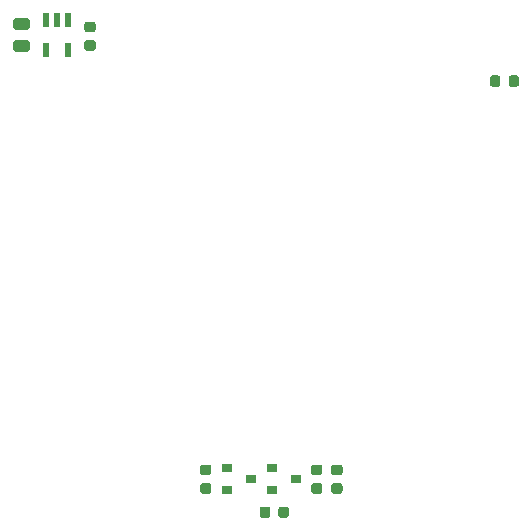
<source format=gbr>
G04 #@! TF.GenerationSoftware,KiCad,Pcbnew,(5.1.4)-1*
G04 #@! TF.CreationDate,2020-08-17T08:15:49+02:00*
G04 #@! TF.ProjectId,proto,70726f74-6f2e-46b6-9963-61645f706362,rev?*
G04 #@! TF.SameCoordinates,Original*
G04 #@! TF.FileFunction,Paste,Top*
G04 #@! TF.FilePolarity,Positive*
%FSLAX46Y46*%
G04 Gerber Fmt 4.6, Leading zero omitted, Abs format (unit mm)*
G04 Created by KiCad (PCBNEW (5.1.4)-1) date 2020-08-17 08:15:49*
%MOMM*%
%LPD*%
G04 APERTURE LIST*
%ADD10C,0.100000*%
%ADD11C,0.875000*%
%ADD12C,0.975000*%
%ADD13R,0.600000X1.250000*%
%ADD14R,0.900000X0.800000*%
G04 APERTURE END LIST*
D10*
G36*
X116877691Y-60876053D02*
G01*
X116898926Y-60879203D01*
X116919750Y-60884419D01*
X116939962Y-60891651D01*
X116959368Y-60900830D01*
X116977781Y-60911866D01*
X116995024Y-60924654D01*
X117010930Y-60939070D01*
X117025346Y-60954976D01*
X117038134Y-60972219D01*
X117049170Y-60990632D01*
X117058349Y-61010038D01*
X117065581Y-61030250D01*
X117070797Y-61051074D01*
X117073947Y-61072309D01*
X117075000Y-61093750D01*
X117075000Y-61531250D01*
X117073947Y-61552691D01*
X117070797Y-61573926D01*
X117065581Y-61594750D01*
X117058349Y-61614962D01*
X117049170Y-61634368D01*
X117038134Y-61652781D01*
X117025346Y-61670024D01*
X117010930Y-61685930D01*
X116995024Y-61700346D01*
X116977781Y-61713134D01*
X116959368Y-61724170D01*
X116939962Y-61733349D01*
X116919750Y-61740581D01*
X116898926Y-61745797D01*
X116877691Y-61748947D01*
X116856250Y-61750000D01*
X116343750Y-61750000D01*
X116322309Y-61748947D01*
X116301074Y-61745797D01*
X116280250Y-61740581D01*
X116260038Y-61733349D01*
X116240632Y-61724170D01*
X116222219Y-61713134D01*
X116204976Y-61700346D01*
X116189070Y-61685930D01*
X116174654Y-61670024D01*
X116161866Y-61652781D01*
X116150830Y-61634368D01*
X116141651Y-61614962D01*
X116134419Y-61594750D01*
X116129203Y-61573926D01*
X116126053Y-61552691D01*
X116125000Y-61531250D01*
X116125000Y-61093750D01*
X116126053Y-61072309D01*
X116129203Y-61051074D01*
X116134419Y-61030250D01*
X116141651Y-61010038D01*
X116150830Y-60990632D01*
X116161866Y-60972219D01*
X116174654Y-60954976D01*
X116189070Y-60939070D01*
X116204976Y-60924654D01*
X116222219Y-60911866D01*
X116240632Y-60900830D01*
X116260038Y-60891651D01*
X116280250Y-60884419D01*
X116301074Y-60879203D01*
X116322309Y-60876053D01*
X116343750Y-60875000D01*
X116856250Y-60875000D01*
X116877691Y-60876053D01*
X116877691Y-60876053D01*
G37*
D11*
X116600000Y-61312500D03*
D10*
G36*
X116877691Y-62451053D02*
G01*
X116898926Y-62454203D01*
X116919750Y-62459419D01*
X116939962Y-62466651D01*
X116959368Y-62475830D01*
X116977781Y-62486866D01*
X116995024Y-62499654D01*
X117010930Y-62514070D01*
X117025346Y-62529976D01*
X117038134Y-62547219D01*
X117049170Y-62565632D01*
X117058349Y-62585038D01*
X117065581Y-62605250D01*
X117070797Y-62626074D01*
X117073947Y-62647309D01*
X117075000Y-62668750D01*
X117075000Y-63106250D01*
X117073947Y-63127691D01*
X117070797Y-63148926D01*
X117065581Y-63169750D01*
X117058349Y-63189962D01*
X117049170Y-63209368D01*
X117038134Y-63227781D01*
X117025346Y-63245024D01*
X117010930Y-63260930D01*
X116995024Y-63275346D01*
X116977781Y-63288134D01*
X116959368Y-63299170D01*
X116939962Y-63308349D01*
X116919750Y-63315581D01*
X116898926Y-63320797D01*
X116877691Y-63323947D01*
X116856250Y-63325000D01*
X116343750Y-63325000D01*
X116322309Y-63323947D01*
X116301074Y-63320797D01*
X116280250Y-63315581D01*
X116260038Y-63308349D01*
X116240632Y-63299170D01*
X116222219Y-63288134D01*
X116204976Y-63275346D01*
X116189070Y-63260930D01*
X116174654Y-63245024D01*
X116161866Y-63227781D01*
X116150830Y-63209368D01*
X116141651Y-63189962D01*
X116134419Y-63169750D01*
X116129203Y-63148926D01*
X116126053Y-63127691D01*
X116125000Y-63106250D01*
X116125000Y-62668750D01*
X116126053Y-62647309D01*
X116129203Y-62626074D01*
X116134419Y-62605250D01*
X116141651Y-62585038D01*
X116150830Y-62565632D01*
X116161866Y-62547219D01*
X116174654Y-62529976D01*
X116189070Y-62514070D01*
X116204976Y-62499654D01*
X116222219Y-62486866D01*
X116240632Y-62475830D01*
X116260038Y-62466651D01*
X116280250Y-62459419D01*
X116301074Y-62454203D01*
X116322309Y-62451053D01*
X116343750Y-62450000D01*
X116856250Y-62450000D01*
X116877691Y-62451053D01*
X116877691Y-62451053D01*
G37*
D11*
X116600000Y-62887500D03*
D10*
G36*
X111280142Y-60576174D02*
G01*
X111303803Y-60579684D01*
X111327007Y-60585496D01*
X111349529Y-60593554D01*
X111371153Y-60603782D01*
X111391670Y-60616079D01*
X111410883Y-60630329D01*
X111428607Y-60646393D01*
X111444671Y-60664117D01*
X111458921Y-60683330D01*
X111471218Y-60703847D01*
X111481446Y-60725471D01*
X111489504Y-60747993D01*
X111495316Y-60771197D01*
X111498826Y-60794858D01*
X111500000Y-60818750D01*
X111500000Y-61306250D01*
X111498826Y-61330142D01*
X111495316Y-61353803D01*
X111489504Y-61377007D01*
X111481446Y-61399529D01*
X111471218Y-61421153D01*
X111458921Y-61441670D01*
X111444671Y-61460883D01*
X111428607Y-61478607D01*
X111410883Y-61494671D01*
X111391670Y-61508921D01*
X111371153Y-61521218D01*
X111349529Y-61531446D01*
X111327007Y-61539504D01*
X111303803Y-61545316D01*
X111280142Y-61548826D01*
X111256250Y-61550000D01*
X110343750Y-61550000D01*
X110319858Y-61548826D01*
X110296197Y-61545316D01*
X110272993Y-61539504D01*
X110250471Y-61531446D01*
X110228847Y-61521218D01*
X110208330Y-61508921D01*
X110189117Y-61494671D01*
X110171393Y-61478607D01*
X110155329Y-61460883D01*
X110141079Y-61441670D01*
X110128782Y-61421153D01*
X110118554Y-61399529D01*
X110110496Y-61377007D01*
X110104684Y-61353803D01*
X110101174Y-61330142D01*
X110100000Y-61306250D01*
X110100000Y-60818750D01*
X110101174Y-60794858D01*
X110104684Y-60771197D01*
X110110496Y-60747993D01*
X110118554Y-60725471D01*
X110128782Y-60703847D01*
X110141079Y-60683330D01*
X110155329Y-60664117D01*
X110171393Y-60646393D01*
X110189117Y-60630329D01*
X110208330Y-60616079D01*
X110228847Y-60603782D01*
X110250471Y-60593554D01*
X110272993Y-60585496D01*
X110296197Y-60579684D01*
X110319858Y-60576174D01*
X110343750Y-60575000D01*
X111256250Y-60575000D01*
X111280142Y-60576174D01*
X111280142Y-60576174D01*
G37*
D12*
X110800000Y-61062500D03*
D10*
G36*
X111280142Y-62451174D02*
G01*
X111303803Y-62454684D01*
X111327007Y-62460496D01*
X111349529Y-62468554D01*
X111371153Y-62478782D01*
X111391670Y-62491079D01*
X111410883Y-62505329D01*
X111428607Y-62521393D01*
X111444671Y-62539117D01*
X111458921Y-62558330D01*
X111471218Y-62578847D01*
X111481446Y-62600471D01*
X111489504Y-62622993D01*
X111495316Y-62646197D01*
X111498826Y-62669858D01*
X111500000Y-62693750D01*
X111500000Y-63181250D01*
X111498826Y-63205142D01*
X111495316Y-63228803D01*
X111489504Y-63252007D01*
X111481446Y-63274529D01*
X111471218Y-63296153D01*
X111458921Y-63316670D01*
X111444671Y-63335883D01*
X111428607Y-63353607D01*
X111410883Y-63369671D01*
X111391670Y-63383921D01*
X111371153Y-63396218D01*
X111349529Y-63406446D01*
X111327007Y-63414504D01*
X111303803Y-63420316D01*
X111280142Y-63423826D01*
X111256250Y-63425000D01*
X110343750Y-63425000D01*
X110319858Y-63423826D01*
X110296197Y-63420316D01*
X110272993Y-63414504D01*
X110250471Y-63406446D01*
X110228847Y-63396218D01*
X110208330Y-63383921D01*
X110189117Y-63369671D01*
X110171393Y-63353607D01*
X110155329Y-63335883D01*
X110141079Y-63316670D01*
X110128782Y-63296153D01*
X110118554Y-63274529D01*
X110110496Y-63252007D01*
X110104684Y-63228803D01*
X110101174Y-63205142D01*
X110100000Y-63181250D01*
X110100000Y-62693750D01*
X110101174Y-62669858D01*
X110104684Y-62646197D01*
X110110496Y-62622993D01*
X110118554Y-62600471D01*
X110128782Y-62578847D01*
X110141079Y-62558330D01*
X110155329Y-62539117D01*
X110171393Y-62521393D01*
X110189117Y-62505329D01*
X110208330Y-62491079D01*
X110228847Y-62478782D01*
X110250471Y-62468554D01*
X110272993Y-62460496D01*
X110296197Y-62454684D01*
X110319858Y-62451174D01*
X110343750Y-62450000D01*
X111256250Y-62450000D01*
X111280142Y-62451174D01*
X111280142Y-62451174D01*
G37*
D12*
X110800000Y-62937500D03*
D13*
X114750000Y-60750000D03*
X113800000Y-60750000D03*
X112850000Y-60750000D03*
X112850000Y-63250000D03*
X114750000Y-63250000D03*
D14*
X130200000Y-99600000D03*
X128200000Y-100550000D03*
X128200000Y-98650000D03*
X132000000Y-98650000D03*
X132000000Y-100550000D03*
X134000000Y-99600000D03*
D10*
G36*
X151152691Y-65426053D02*
G01*
X151173926Y-65429203D01*
X151194750Y-65434419D01*
X151214962Y-65441651D01*
X151234368Y-65450830D01*
X151252781Y-65461866D01*
X151270024Y-65474654D01*
X151285930Y-65489070D01*
X151300346Y-65504976D01*
X151313134Y-65522219D01*
X151324170Y-65540632D01*
X151333349Y-65560038D01*
X151340581Y-65580250D01*
X151345797Y-65601074D01*
X151348947Y-65622309D01*
X151350000Y-65643750D01*
X151350000Y-66156250D01*
X151348947Y-66177691D01*
X151345797Y-66198926D01*
X151340581Y-66219750D01*
X151333349Y-66239962D01*
X151324170Y-66259368D01*
X151313134Y-66277781D01*
X151300346Y-66295024D01*
X151285930Y-66310930D01*
X151270024Y-66325346D01*
X151252781Y-66338134D01*
X151234368Y-66349170D01*
X151214962Y-66358349D01*
X151194750Y-66365581D01*
X151173926Y-66370797D01*
X151152691Y-66373947D01*
X151131250Y-66375000D01*
X150693750Y-66375000D01*
X150672309Y-66373947D01*
X150651074Y-66370797D01*
X150630250Y-66365581D01*
X150610038Y-66358349D01*
X150590632Y-66349170D01*
X150572219Y-66338134D01*
X150554976Y-66325346D01*
X150539070Y-66310930D01*
X150524654Y-66295024D01*
X150511866Y-66277781D01*
X150500830Y-66259368D01*
X150491651Y-66239962D01*
X150484419Y-66219750D01*
X150479203Y-66198926D01*
X150476053Y-66177691D01*
X150475000Y-66156250D01*
X150475000Y-65643750D01*
X150476053Y-65622309D01*
X150479203Y-65601074D01*
X150484419Y-65580250D01*
X150491651Y-65560038D01*
X150500830Y-65540632D01*
X150511866Y-65522219D01*
X150524654Y-65504976D01*
X150539070Y-65489070D01*
X150554976Y-65474654D01*
X150572219Y-65461866D01*
X150590632Y-65450830D01*
X150610038Y-65441651D01*
X150630250Y-65434419D01*
X150651074Y-65429203D01*
X150672309Y-65426053D01*
X150693750Y-65425000D01*
X151131250Y-65425000D01*
X151152691Y-65426053D01*
X151152691Y-65426053D01*
G37*
D11*
X150912500Y-65900000D03*
D10*
G36*
X152727691Y-65426053D02*
G01*
X152748926Y-65429203D01*
X152769750Y-65434419D01*
X152789962Y-65441651D01*
X152809368Y-65450830D01*
X152827781Y-65461866D01*
X152845024Y-65474654D01*
X152860930Y-65489070D01*
X152875346Y-65504976D01*
X152888134Y-65522219D01*
X152899170Y-65540632D01*
X152908349Y-65560038D01*
X152915581Y-65580250D01*
X152920797Y-65601074D01*
X152923947Y-65622309D01*
X152925000Y-65643750D01*
X152925000Y-66156250D01*
X152923947Y-66177691D01*
X152920797Y-66198926D01*
X152915581Y-66219750D01*
X152908349Y-66239962D01*
X152899170Y-66259368D01*
X152888134Y-66277781D01*
X152875346Y-66295024D01*
X152860930Y-66310930D01*
X152845024Y-66325346D01*
X152827781Y-66338134D01*
X152809368Y-66349170D01*
X152789962Y-66358349D01*
X152769750Y-66365581D01*
X152748926Y-66370797D01*
X152727691Y-66373947D01*
X152706250Y-66375000D01*
X152268750Y-66375000D01*
X152247309Y-66373947D01*
X152226074Y-66370797D01*
X152205250Y-66365581D01*
X152185038Y-66358349D01*
X152165632Y-66349170D01*
X152147219Y-66338134D01*
X152129976Y-66325346D01*
X152114070Y-66310930D01*
X152099654Y-66295024D01*
X152086866Y-66277781D01*
X152075830Y-66259368D01*
X152066651Y-66239962D01*
X152059419Y-66219750D01*
X152054203Y-66198926D01*
X152051053Y-66177691D01*
X152050000Y-66156250D01*
X152050000Y-65643750D01*
X152051053Y-65622309D01*
X152054203Y-65601074D01*
X152059419Y-65580250D01*
X152066651Y-65560038D01*
X152075830Y-65540632D01*
X152086866Y-65522219D01*
X152099654Y-65504976D01*
X152114070Y-65489070D01*
X152129976Y-65474654D01*
X152147219Y-65461866D01*
X152165632Y-65450830D01*
X152185038Y-65441651D01*
X152205250Y-65434419D01*
X152226074Y-65429203D01*
X152247309Y-65426053D01*
X152268750Y-65425000D01*
X152706250Y-65425000D01*
X152727691Y-65426053D01*
X152727691Y-65426053D01*
G37*
D11*
X152487500Y-65900000D03*
D10*
G36*
X126677691Y-99951053D02*
G01*
X126698926Y-99954203D01*
X126719750Y-99959419D01*
X126739962Y-99966651D01*
X126759368Y-99975830D01*
X126777781Y-99986866D01*
X126795024Y-99999654D01*
X126810930Y-100014070D01*
X126825346Y-100029976D01*
X126838134Y-100047219D01*
X126849170Y-100065632D01*
X126858349Y-100085038D01*
X126865581Y-100105250D01*
X126870797Y-100126074D01*
X126873947Y-100147309D01*
X126875000Y-100168750D01*
X126875000Y-100606250D01*
X126873947Y-100627691D01*
X126870797Y-100648926D01*
X126865581Y-100669750D01*
X126858349Y-100689962D01*
X126849170Y-100709368D01*
X126838134Y-100727781D01*
X126825346Y-100745024D01*
X126810930Y-100760930D01*
X126795024Y-100775346D01*
X126777781Y-100788134D01*
X126759368Y-100799170D01*
X126739962Y-100808349D01*
X126719750Y-100815581D01*
X126698926Y-100820797D01*
X126677691Y-100823947D01*
X126656250Y-100825000D01*
X126143750Y-100825000D01*
X126122309Y-100823947D01*
X126101074Y-100820797D01*
X126080250Y-100815581D01*
X126060038Y-100808349D01*
X126040632Y-100799170D01*
X126022219Y-100788134D01*
X126004976Y-100775346D01*
X125989070Y-100760930D01*
X125974654Y-100745024D01*
X125961866Y-100727781D01*
X125950830Y-100709368D01*
X125941651Y-100689962D01*
X125934419Y-100669750D01*
X125929203Y-100648926D01*
X125926053Y-100627691D01*
X125925000Y-100606250D01*
X125925000Y-100168750D01*
X125926053Y-100147309D01*
X125929203Y-100126074D01*
X125934419Y-100105250D01*
X125941651Y-100085038D01*
X125950830Y-100065632D01*
X125961866Y-100047219D01*
X125974654Y-100029976D01*
X125989070Y-100014070D01*
X126004976Y-99999654D01*
X126022219Y-99986866D01*
X126040632Y-99975830D01*
X126060038Y-99966651D01*
X126080250Y-99959419D01*
X126101074Y-99954203D01*
X126122309Y-99951053D01*
X126143750Y-99950000D01*
X126656250Y-99950000D01*
X126677691Y-99951053D01*
X126677691Y-99951053D01*
G37*
D11*
X126400000Y-100387500D03*
D10*
G36*
X126677691Y-98376053D02*
G01*
X126698926Y-98379203D01*
X126719750Y-98384419D01*
X126739962Y-98391651D01*
X126759368Y-98400830D01*
X126777781Y-98411866D01*
X126795024Y-98424654D01*
X126810930Y-98439070D01*
X126825346Y-98454976D01*
X126838134Y-98472219D01*
X126849170Y-98490632D01*
X126858349Y-98510038D01*
X126865581Y-98530250D01*
X126870797Y-98551074D01*
X126873947Y-98572309D01*
X126875000Y-98593750D01*
X126875000Y-99031250D01*
X126873947Y-99052691D01*
X126870797Y-99073926D01*
X126865581Y-99094750D01*
X126858349Y-99114962D01*
X126849170Y-99134368D01*
X126838134Y-99152781D01*
X126825346Y-99170024D01*
X126810930Y-99185930D01*
X126795024Y-99200346D01*
X126777781Y-99213134D01*
X126759368Y-99224170D01*
X126739962Y-99233349D01*
X126719750Y-99240581D01*
X126698926Y-99245797D01*
X126677691Y-99248947D01*
X126656250Y-99250000D01*
X126143750Y-99250000D01*
X126122309Y-99248947D01*
X126101074Y-99245797D01*
X126080250Y-99240581D01*
X126060038Y-99233349D01*
X126040632Y-99224170D01*
X126022219Y-99213134D01*
X126004976Y-99200346D01*
X125989070Y-99185930D01*
X125974654Y-99170024D01*
X125961866Y-99152781D01*
X125950830Y-99134368D01*
X125941651Y-99114962D01*
X125934419Y-99094750D01*
X125929203Y-99073926D01*
X125926053Y-99052691D01*
X125925000Y-99031250D01*
X125925000Y-98593750D01*
X125926053Y-98572309D01*
X125929203Y-98551074D01*
X125934419Y-98530250D01*
X125941651Y-98510038D01*
X125950830Y-98490632D01*
X125961866Y-98472219D01*
X125974654Y-98454976D01*
X125989070Y-98439070D01*
X126004976Y-98424654D01*
X126022219Y-98411866D01*
X126040632Y-98400830D01*
X126060038Y-98391651D01*
X126080250Y-98384419D01*
X126101074Y-98379203D01*
X126122309Y-98376053D01*
X126143750Y-98375000D01*
X126656250Y-98375000D01*
X126677691Y-98376053D01*
X126677691Y-98376053D01*
G37*
D11*
X126400000Y-98812500D03*
D10*
G36*
X131652691Y-101926053D02*
G01*
X131673926Y-101929203D01*
X131694750Y-101934419D01*
X131714962Y-101941651D01*
X131734368Y-101950830D01*
X131752781Y-101961866D01*
X131770024Y-101974654D01*
X131785930Y-101989070D01*
X131800346Y-102004976D01*
X131813134Y-102022219D01*
X131824170Y-102040632D01*
X131833349Y-102060038D01*
X131840581Y-102080250D01*
X131845797Y-102101074D01*
X131848947Y-102122309D01*
X131850000Y-102143750D01*
X131850000Y-102656250D01*
X131848947Y-102677691D01*
X131845797Y-102698926D01*
X131840581Y-102719750D01*
X131833349Y-102739962D01*
X131824170Y-102759368D01*
X131813134Y-102777781D01*
X131800346Y-102795024D01*
X131785930Y-102810930D01*
X131770024Y-102825346D01*
X131752781Y-102838134D01*
X131734368Y-102849170D01*
X131714962Y-102858349D01*
X131694750Y-102865581D01*
X131673926Y-102870797D01*
X131652691Y-102873947D01*
X131631250Y-102875000D01*
X131193750Y-102875000D01*
X131172309Y-102873947D01*
X131151074Y-102870797D01*
X131130250Y-102865581D01*
X131110038Y-102858349D01*
X131090632Y-102849170D01*
X131072219Y-102838134D01*
X131054976Y-102825346D01*
X131039070Y-102810930D01*
X131024654Y-102795024D01*
X131011866Y-102777781D01*
X131000830Y-102759368D01*
X130991651Y-102739962D01*
X130984419Y-102719750D01*
X130979203Y-102698926D01*
X130976053Y-102677691D01*
X130975000Y-102656250D01*
X130975000Y-102143750D01*
X130976053Y-102122309D01*
X130979203Y-102101074D01*
X130984419Y-102080250D01*
X130991651Y-102060038D01*
X131000830Y-102040632D01*
X131011866Y-102022219D01*
X131024654Y-102004976D01*
X131039070Y-101989070D01*
X131054976Y-101974654D01*
X131072219Y-101961866D01*
X131090632Y-101950830D01*
X131110038Y-101941651D01*
X131130250Y-101934419D01*
X131151074Y-101929203D01*
X131172309Y-101926053D01*
X131193750Y-101925000D01*
X131631250Y-101925000D01*
X131652691Y-101926053D01*
X131652691Y-101926053D01*
G37*
D11*
X131412500Y-102400000D03*
D10*
G36*
X133227691Y-101926053D02*
G01*
X133248926Y-101929203D01*
X133269750Y-101934419D01*
X133289962Y-101941651D01*
X133309368Y-101950830D01*
X133327781Y-101961866D01*
X133345024Y-101974654D01*
X133360930Y-101989070D01*
X133375346Y-102004976D01*
X133388134Y-102022219D01*
X133399170Y-102040632D01*
X133408349Y-102060038D01*
X133415581Y-102080250D01*
X133420797Y-102101074D01*
X133423947Y-102122309D01*
X133425000Y-102143750D01*
X133425000Y-102656250D01*
X133423947Y-102677691D01*
X133420797Y-102698926D01*
X133415581Y-102719750D01*
X133408349Y-102739962D01*
X133399170Y-102759368D01*
X133388134Y-102777781D01*
X133375346Y-102795024D01*
X133360930Y-102810930D01*
X133345024Y-102825346D01*
X133327781Y-102838134D01*
X133309368Y-102849170D01*
X133289962Y-102858349D01*
X133269750Y-102865581D01*
X133248926Y-102870797D01*
X133227691Y-102873947D01*
X133206250Y-102875000D01*
X132768750Y-102875000D01*
X132747309Y-102873947D01*
X132726074Y-102870797D01*
X132705250Y-102865581D01*
X132685038Y-102858349D01*
X132665632Y-102849170D01*
X132647219Y-102838134D01*
X132629976Y-102825346D01*
X132614070Y-102810930D01*
X132599654Y-102795024D01*
X132586866Y-102777781D01*
X132575830Y-102759368D01*
X132566651Y-102739962D01*
X132559419Y-102719750D01*
X132554203Y-102698926D01*
X132551053Y-102677691D01*
X132550000Y-102656250D01*
X132550000Y-102143750D01*
X132551053Y-102122309D01*
X132554203Y-102101074D01*
X132559419Y-102080250D01*
X132566651Y-102060038D01*
X132575830Y-102040632D01*
X132586866Y-102022219D01*
X132599654Y-102004976D01*
X132614070Y-101989070D01*
X132629976Y-101974654D01*
X132647219Y-101961866D01*
X132665632Y-101950830D01*
X132685038Y-101941651D01*
X132705250Y-101934419D01*
X132726074Y-101929203D01*
X132747309Y-101926053D01*
X132768750Y-101925000D01*
X133206250Y-101925000D01*
X133227691Y-101926053D01*
X133227691Y-101926053D01*
G37*
D11*
X132987500Y-102400000D03*
D10*
G36*
X136077691Y-99951053D02*
G01*
X136098926Y-99954203D01*
X136119750Y-99959419D01*
X136139962Y-99966651D01*
X136159368Y-99975830D01*
X136177781Y-99986866D01*
X136195024Y-99999654D01*
X136210930Y-100014070D01*
X136225346Y-100029976D01*
X136238134Y-100047219D01*
X136249170Y-100065632D01*
X136258349Y-100085038D01*
X136265581Y-100105250D01*
X136270797Y-100126074D01*
X136273947Y-100147309D01*
X136275000Y-100168750D01*
X136275000Y-100606250D01*
X136273947Y-100627691D01*
X136270797Y-100648926D01*
X136265581Y-100669750D01*
X136258349Y-100689962D01*
X136249170Y-100709368D01*
X136238134Y-100727781D01*
X136225346Y-100745024D01*
X136210930Y-100760930D01*
X136195024Y-100775346D01*
X136177781Y-100788134D01*
X136159368Y-100799170D01*
X136139962Y-100808349D01*
X136119750Y-100815581D01*
X136098926Y-100820797D01*
X136077691Y-100823947D01*
X136056250Y-100825000D01*
X135543750Y-100825000D01*
X135522309Y-100823947D01*
X135501074Y-100820797D01*
X135480250Y-100815581D01*
X135460038Y-100808349D01*
X135440632Y-100799170D01*
X135422219Y-100788134D01*
X135404976Y-100775346D01*
X135389070Y-100760930D01*
X135374654Y-100745024D01*
X135361866Y-100727781D01*
X135350830Y-100709368D01*
X135341651Y-100689962D01*
X135334419Y-100669750D01*
X135329203Y-100648926D01*
X135326053Y-100627691D01*
X135325000Y-100606250D01*
X135325000Y-100168750D01*
X135326053Y-100147309D01*
X135329203Y-100126074D01*
X135334419Y-100105250D01*
X135341651Y-100085038D01*
X135350830Y-100065632D01*
X135361866Y-100047219D01*
X135374654Y-100029976D01*
X135389070Y-100014070D01*
X135404976Y-99999654D01*
X135422219Y-99986866D01*
X135440632Y-99975830D01*
X135460038Y-99966651D01*
X135480250Y-99959419D01*
X135501074Y-99954203D01*
X135522309Y-99951053D01*
X135543750Y-99950000D01*
X136056250Y-99950000D01*
X136077691Y-99951053D01*
X136077691Y-99951053D01*
G37*
D11*
X135800000Y-100387500D03*
D10*
G36*
X136077691Y-98376053D02*
G01*
X136098926Y-98379203D01*
X136119750Y-98384419D01*
X136139962Y-98391651D01*
X136159368Y-98400830D01*
X136177781Y-98411866D01*
X136195024Y-98424654D01*
X136210930Y-98439070D01*
X136225346Y-98454976D01*
X136238134Y-98472219D01*
X136249170Y-98490632D01*
X136258349Y-98510038D01*
X136265581Y-98530250D01*
X136270797Y-98551074D01*
X136273947Y-98572309D01*
X136275000Y-98593750D01*
X136275000Y-99031250D01*
X136273947Y-99052691D01*
X136270797Y-99073926D01*
X136265581Y-99094750D01*
X136258349Y-99114962D01*
X136249170Y-99134368D01*
X136238134Y-99152781D01*
X136225346Y-99170024D01*
X136210930Y-99185930D01*
X136195024Y-99200346D01*
X136177781Y-99213134D01*
X136159368Y-99224170D01*
X136139962Y-99233349D01*
X136119750Y-99240581D01*
X136098926Y-99245797D01*
X136077691Y-99248947D01*
X136056250Y-99250000D01*
X135543750Y-99250000D01*
X135522309Y-99248947D01*
X135501074Y-99245797D01*
X135480250Y-99240581D01*
X135460038Y-99233349D01*
X135440632Y-99224170D01*
X135422219Y-99213134D01*
X135404976Y-99200346D01*
X135389070Y-99185930D01*
X135374654Y-99170024D01*
X135361866Y-99152781D01*
X135350830Y-99134368D01*
X135341651Y-99114962D01*
X135334419Y-99094750D01*
X135329203Y-99073926D01*
X135326053Y-99052691D01*
X135325000Y-99031250D01*
X135325000Y-98593750D01*
X135326053Y-98572309D01*
X135329203Y-98551074D01*
X135334419Y-98530250D01*
X135341651Y-98510038D01*
X135350830Y-98490632D01*
X135361866Y-98472219D01*
X135374654Y-98454976D01*
X135389070Y-98439070D01*
X135404976Y-98424654D01*
X135422219Y-98411866D01*
X135440632Y-98400830D01*
X135460038Y-98391651D01*
X135480250Y-98384419D01*
X135501074Y-98379203D01*
X135522309Y-98376053D01*
X135543750Y-98375000D01*
X136056250Y-98375000D01*
X136077691Y-98376053D01*
X136077691Y-98376053D01*
G37*
D11*
X135800000Y-98812500D03*
D10*
G36*
X137777691Y-99951053D02*
G01*
X137798926Y-99954203D01*
X137819750Y-99959419D01*
X137839962Y-99966651D01*
X137859368Y-99975830D01*
X137877781Y-99986866D01*
X137895024Y-99999654D01*
X137910930Y-100014070D01*
X137925346Y-100029976D01*
X137938134Y-100047219D01*
X137949170Y-100065632D01*
X137958349Y-100085038D01*
X137965581Y-100105250D01*
X137970797Y-100126074D01*
X137973947Y-100147309D01*
X137975000Y-100168750D01*
X137975000Y-100606250D01*
X137973947Y-100627691D01*
X137970797Y-100648926D01*
X137965581Y-100669750D01*
X137958349Y-100689962D01*
X137949170Y-100709368D01*
X137938134Y-100727781D01*
X137925346Y-100745024D01*
X137910930Y-100760930D01*
X137895024Y-100775346D01*
X137877781Y-100788134D01*
X137859368Y-100799170D01*
X137839962Y-100808349D01*
X137819750Y-100815581D01*
X137798926Y-100820797D01*
X137777691Y-100823947D01*
X137756250Y-100825000D01*
X137243750Y-100825000D01*
X137222309Y-100823947D01*
X137201074Y-100820797D01*
X137180250Y-100815581D01*
X137160038Y-100808349D01*
X137140632Y-100799170D01*
X137122219Y-100788134D01*
X137104976Y-100775346D01*
X137089070Y-100760930D01*
X137074654Y-100745024D01*
X137061866Y-100727781D01*
X137050830Y-100709368D01*
X137041651Y-100689962D01*
X137034419Y-100669750D01*
X137029203Y-100648926D01*
X137026053Y-100627691D01*
X137025000Y-100606250D01*
X137025000Y-100168750D01*
X137026053Y-100147309D01*
X137029203Y-100126074D01*
X137034419Y-100105250D01*
X137041651Y-100085038D01*
X137050830Y-100065632D01*
X137061866Y-100047219D01*
X137074654Y-100029976D01*
X137089070Y-100014070D01*
X137104976Y-99999654D01*
X137122219Y-99986866D01*
X137140632Y-99975830D01*
X137160038Y-99966651D01*
X137180250Y-99959419D01*
X137201074Y-99954203D01*
X137222309Y-99951053D01*
X137243750Y-99950000D01*
X137756250Y-99950000D01*
X137777691Y-99951053D01*
X137777691Y-99951053D01*
G37*
D11*
X137500000Y-100387500D03*
D10*
G36*
X137777691Y-98376053D02*
G01*
X137798926Y-98379203D01*
X137819750Y-98384419D01*
X137839962Y-98391651D01*
X137859368Y-98400830D01*
X137877781Y-98411866D01*
X137895024Y-98424654D01*
X137910930Y-98439070D01*
X137925346Y-98454976D01*
X137938134Y-98472219D01*
X137949170Y-98490632D01*
X137958349Y-98510038D01*
X137965581Y-98530250D01*
X137970797Y-98551074D01*
X137973947Y-98572309D01*
X137975000Y-98593750D01*
X137975000Y-99031250D01*
X137973947Y-99052691D01*
X137970797Y-99073926D01*
X137965581Y-99094750D01*
X137958349Y-99114962D01*
X137949170Y-99134368D01*
X137938134Y-99152781D01*
X137925346Y-99170024D01*
X137910930Y-99185930D01*
X137895024Y-99200346D01*
X137877781Y-99213134D01*
X137859368Y-99224170D01*
X137839962Y-99233349D01*
X137819750Y-99240581D01*
X137798926Y-99245797D01*
X137777691Y-99248947D01*
X137756250Y-99250000D01*
X137243750Y-99250000D01*
X137222309Y-99248947D01*
X137201074Y-99245797D01*
X137180250Y-99240581D01*
X137160038Y-99233349D01*
X137140632Y-99224170D01*
X137122219Y-99213134D01*
X137104976Y-99200346D01*
X137089070Y-99185930D01*
X137074654Y-99170024D01*
X137061866Y-99152781D01*
X137050830Y-99134368D01*
X137041651Y-99114962D01*
X137034419Y-99094750D01*
X137029203Y-99073926D01*
X137026053Y-99052691D01*
X137025000Y-99031250D01*
X137025000Y-98593750D01*
X137026053Y-98572309D01*
X137029203Y-98551074D01*
X137034419Y-98530250D01*
X137041651Y-98510038D01*
X137050830Y-98490632D01*
X137061866Y-98472219D01*
X137074654Y-98454976D01*
X137089070Y-98439070D01*
X137104976Y-98424654D01*
X137122219Y-98411866D01*
X137140632Y-98400830D01*
X137160038Y-98391651D01*
X137180250Y-98384419D01*
X137201074Y-98379203D01*
X137222309Y-98376053D01*
X137243750Y-98375000D01*
X137756250Y-98375000D01*
X137777691Y-98376053D01*
X137777691Y-98376053D01*
G37*
D11*
X137500000Y-98812500D03*
M02*

</source>
